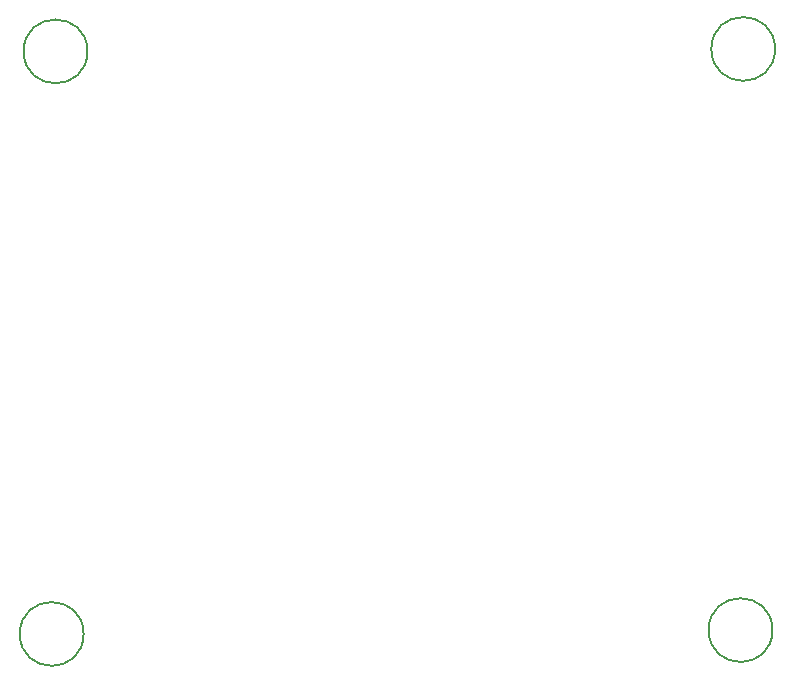
<source format=gbr>
G04 #@! TF.GenerationSoftware,KiCad,Pcbnew,(5.1.7)-1*
G04 #@! TF.CreationDate,2020-11-02T15:49:25+01:00*
G04 #@! TF.ProjectId,raspberrypi-gpio-40pin,72617370-6265-4727-9279-70692d677069,rev?*
G04 #@! TF.SameCoordinates,Original*
G04 #@! TF.FileFunction,Other,Comment*
%FSLAX46Y46*%
G04 Gerber Fmt 4.6, Leading zero omitted, Abs format (unit mm)*
G04 Created by KiCad (PCBNEW (5.1.7)-1) date 2020-11-02 15:49:25*
%MOMM*%
%LPD*%
G01*
G04 APERTURE LIST*
%ADD10C,0.150000*%
G04 APERTURE END LIST*
D10*
X264200000Y-146500000D02*
G75*
G03*
X264200000Y-146500000I-2700000J0D01*
G01*
X205875000Y-146825000D02*
G75*
G03*
X205875000Y-146825000I-2700000J0D01*
G01*
X264422000Y-97295000D02*
G75*
G03*
X264422000Y-97295000I-2700000J0D01*
G01*
X206200000Y-97500000D02*
G75*
G03*
X206200000Y-97500000I-2700000J0D01*
G01*
M02*

</source>
